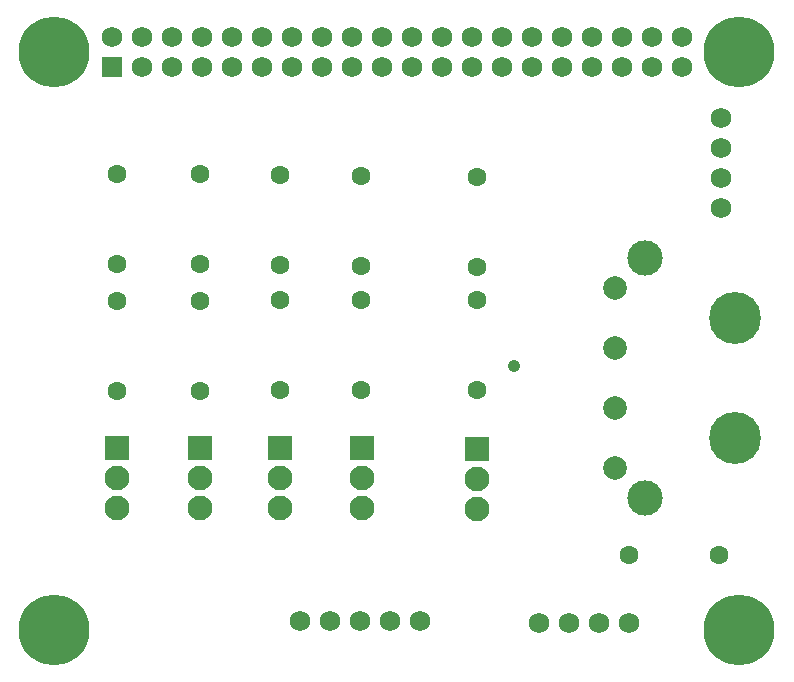
<source format=gts>
%FSLAX33Y33*%
%MOMM*%
%AMRect-W1750000-H1750000-RO1.500*
21,1,1.75,1.75,0.,0.,90*%
%ADD10C,6.*%
%ADD11C,1.0668*%
%ADD12R,2.1X2.1*%
%ADD13C,2.1*%
%ADD14C,1.6*%
%ADD15C,1.75*%
%ADD16Rect-W1750000-H1750000-RO1.500*%
%ADD17C,1.6*%
%ADD18C,1.75*%
%ADD19C,4.4*%
%ADD20C,2.*%
%ADD21C,3.*%
%ADD22C,1.6*%
%ADD23C,1.75*%
D10*
%LNtop solder mask_traces*%
G01*
X3500Y52500D03*
X3500Y3500D03*
X61500Y3500D03*
X61500Y52500D03*
D11*
X42380Y25875D03*
%LNtop solder mask component f6b11292b8daae35*%
D12*
X22625Y18940D03*
D13*
X22625Y16400D03*
X22625Y13860D03*
%LNtop solder mask component 687da8b0145f7069*%
D14*
X8775Y34540D03*
X8775Y42160D03*
%LNtop solder mask component 185414f6375d1064*%
D15*
X33770Y53770D03*
X28690Y51230D03*
X51550Y51230D03*
X54090Y53770D03*
X31230Y51230D03*
X23610Y51230D03*
X54090Y51230D03*
X43930Y53770D03*
X49010Y53770D03*
X38850Y53770D03*
X38850Y51230D03*
X41390Y53770D03*
X18530Y51230D03*
X56630Y51230D03*
X15990Y53770D03*
X33770Y51230D03*
X21070Y53770D03*
X43930Y51230D03*
X41390Y51230D03*
X13450Y51230D03*
X10910Y51230D03*
X51550Y53770D03*
X36310Y51230D03*
X28690Y53770D03*
X26150Y51230D03*
X46470Y51230D03*
X13450Y53770D03*
X15990Y51230D03*
X23610Y53770D03*
X36310Y53770D03*
X21070Y51230D03*
X31230Y53770D03*
X10910Y53770D03*
X26150Y53770D03*
X18530Y53770D03*
X46470Y53770D03*
X49010Y51230D03*
X8370Y53770D03*
X56630Y53770D03*
D16*
X8370Y51230D03*
%LNtop solder mask component 8802cf38c753d2b4*%
D14*
X15800Y34540D03*
X15800Y42160D03*
%LNtop solder mask component ba5debff902abb83*%
X39325Y34265D03*
X39325Y41885D03*
%LNtop solder mask component 55fdcf3c5e6549ef*%
X22625Y34440D03*
X22625Y42060D03*
%LNtop solder mask component 110889d4a757a866*%
D17*
X39325Y31435D03*
X39325Y23815D03*
%LNtop solder mask component ff2fcf3b1a510dc9*%
X29425Y31435D03*
X29425Y23815D03*
%LNtop solder mask component 0a6b8b40ce2b8e93*%
X22625Y31435D03*
X22625Y23815D03*
%LNtop solder mask component 04810c5c597c12be*%
D18*
X52135Y4125D03*
X49595Y4125D03*
X47055Y4125D03*
X44515Y4125D03*
%LNtop solder mask component 6c258254c5770ca7*%
D12*
X39325Y18890D03*
D13*
X39325Y16350D03*
X39325Y13810D03*
%LNtop solder mask component 8c437a439b2244d4*%
D17*
X15800Y31410D03*
X15800Y23790D03*
%LNtop solder mask component 0fc5d429d87802fd*%
D19*
X61160Y29955D03*
X61160Y19795D03*
D20*
X51000Y32495D03*
X51000Y17255D03*
X51000Y27415D03*
X51000Y22335D03*
D21*
X53540Y14715D03*
X53540Y35035D03*
%LNtop solder mask component 312cdacbf92fd603*%
D12*
X8775Y18940D03*
D13*
X8775Y16400D03*
X8775Y13860D03*
%LNtop solder mask component c3cab1f166f104d1*%
D18*
X34455Y4250D03*
X31915Y4250D03*
X29375Y4250D03*
X26835Y4250D03*
X24295Y4250D03*
%LNtop solder mask component b923ac39a7958762*%
D22*
X52190Y9875D03*
X59810Y9875D03*
%LNtop solder mask component 8617819b20f8b299*%
D17*
X8775Y31410D03*
X8775Y23790D03*
%LNtop solder mask component 0fc97c50a163778b*%
D12*
X15800Y18940D03*
D13*
X15800Y16400D03*
X15800Y13860D03*
%LNtop solder mask component e82071b529bd6739*%
D23*
X59975Y46860D03*
X59975Y44320D03*
X59975Y41780D03*
X59975Y39240D03*
%LNtop solder mask component 946008f2f507596d*%
D14*
X29425Y34365D03*
X29425Y41985D03*
%LNtop solder mask component 4347c57bd1fec9ce*%
D12*
X29525Y18940D03*
D13*
X29525Y16400D03*
X29525Y13860D03*
M02*
</source>
